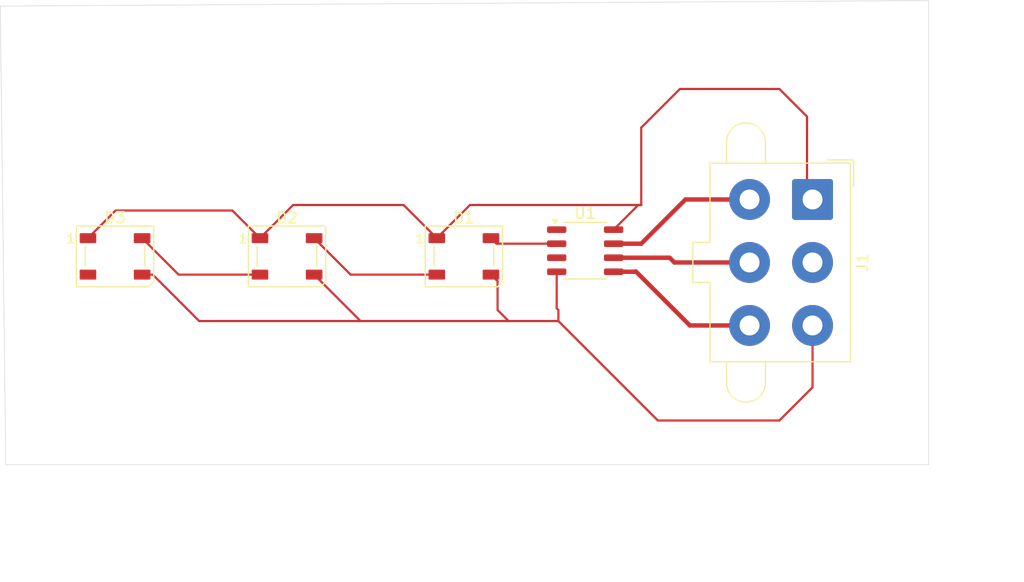
<source format=kicad_pcb>
(kicad_pcb (version 20241229) (generator "pcbnew") (generator_version "9.0")
  (layers (0 "F.Cu" signal) (2 "B.Cu" signal) (13 "F.Paste" user) (15 "B.Paste" user) (5 "F.SilkS" user "F.Silkscreen") (7 "B.SilkS" user "B.Silkscreen") (1 "F.Mask" user) (3 "B.Mask" user) (25 "Edge.Cuts" user))
  (net 0 "")
  (net 1 "Net-(D1-DIN)")
  (net 2 "GND")
  (net 3 "+5V")
  (net 4 "Net-(D1-DOUT)")
  (net 5 "Net-(D2-DOUT)")
  (net 7 "SCK")
  (net 8 "SDA{slash}MOSI")
  (net 9 "SCL{slash}MISO")
  (footprint "Package_SO:SO-8_3.9x4.9mm_P1.27mm" (layer "F.Cu") (at 120.925 71.635)
    (property "Reference" "U1" (at 0 -3.4 0) (layer "F.SilkS"))
    (property "Value" "ATtiny85V-10P")
    (fp_line (start 0 -2.56) (end -1.95 -2.56) (stroke (width 0.12)) (layer "F.SilkS"))
    (fp_line (start 0 -2.56) (end 1.95 -2.56) (stroke (width 0.12)) (layer "F.SilkS"))
    (fp_line (start 0 2.56) (end -1.95 2.56) (stroke (width 0.12)) (layer "F.SilkS"))
    (fp_line (start 0 2.56) (end 1.95 2.56) (stroke (width 0.12)) (layer "F.SilkS"))
    (fp_poly (pts (xy -2.7 -2.465) (xy -2.94 -2.795) (xy -2.46 -2.795)) (stroke (width 0.12)) (fill yes) (layer "F.SilkS"))
    (pad "1" smd roundrect (at -2.575 -1.905) (size 1.75 0.6) (layers "F.Cu" "F.Mask" "F.Paste"))
    (pad "2" smd roundrect (at -2.575 -0.635) (size 1.75 0.6) (layers "F.Cu" "F.Mask" "F.Paste") (net 1 "Net-(D1-DIN)"))
    (pad "3" smd roundrect (at -2.575 0.635) (size 1.75 0.6) (layers "F.Cu" "F.Mask" "F.Paste"))
    (pad "4" smd roundrect (at -2.575 1.905) (size 1.75 0.6) (layers "F.Cu" "F.Mask" "F.Paste") (net 2 "GND"))
    (pad "5" smd roundrect (at 2.575 1.905) (size 1.75 0.6) (layers "F.Cu" "F.Mask" "F.Paste") (net 8 "SDA{slash}MOSI"))
    (pad "6" smd roundrect (at 2.575 0.635) (size 1.75 0.6) (layers "F.Cu" "F.Mask" "F.Paste") (net 9 "SCL{slash}MISO"))
    (pad "7" smd roundrect (at 2.575 -0.635) (size 1.75 0.6) (layers "F.Cu" "F.Mask" "F.Paste") (net 7 "SCK"))
    (pad "8" smd roundrect (at 2.575 -1.905) (size 1.75 0.6) (layers "F.Cu" "F.Mask" "F.Paste") (net 3 "+5V"))
  )
  (footprint "Connector_Molex:Molex_Mega-Fit_76829-0006_2x03_P5.70mm_Vertical" (layer "F.Cu") (at 141.5 67 -90)
    (property "Reference" "J1" (at 5.7 -4.52 90) (layer "F.SilkS"))
    (property "Value" "Conn_02x03_Top_Bottom")
    (fp_line (start 3.89 10.83) (end 5.7 10.83) (stroke (width 0.12)) (layer "F.SilkS"))
    (fp_line (start 7.51 10.83) (end 5.7 10.83) (stroke (width 0.12)) (layer "F.SilkS"))
    (fp_line (start -3.285 9.28) (end 3.89 9.28) (stroke (width 0.12)) (layer "F.SilkS"))
    (fp_line (start 3.89 9.28) (end 3.89 10.83) (stroke (width 0.12)) (layer "F.SilkS"))
    (fp_line (start 7.51 9.28) (end 7.51 10.83) (stroke (width 0.12)) (layer "F.SilkS"))
    (fp_line (start 14.685 9.28) (end 7.51 9.28) (stroke (width 0.12)) (layer "F.SilkS"))
    (fp_line (start -5.17 7.785) (end -3.285 7.785) (stroke (width 0.12)) (layer "F.SilkS"))
    (fp_line (start 16.57 7.785) (end 14.685 7.785) (stroke (width 0.12)) (layer "F.SilkS"))
    (fp_line (start -5.17 4.265) (end -3.285 4.265) (stroke (width 0.12)) (layer "F.SilkS"))
    (fp_line (start 16.57 4.265) (end 14.685 4.265) (stroke (width 0.12)) (layer "F.SilkS"))
    (fp_line (start -3.585 -1.31) (end -3.585 -3.72) (stroke (width 0.12)) (layer "F.SilkS"))
    (fp_line (start -3.285 -3.42) (end -3.285 9.28) (stroke (width 0.12)) (layer "F.SilkS"))
    (fp_line (start 5.7 -3.42) (end -3.285 -3.42) (stroke (width 0.12)) (layer "F.SilkS"))
    (fp_line (start 5.7 -3.42) (end 14.685 -3.42) (stroke (width 0.12)) (layer "F.SilkS"))
    (fp_line (start 14.685 -3.42) (end 14.685 9.28) (stroke (width 0.12)) (layer "F.SilkS"))
    (fp_line (start -3.585 -3.72) (end -1.175 -3.72) (stroke (width 0.12)) (layer "F.SilkS"))
    (fp_arc (start -5.17 7.785) (mid -6.93 6.025) (end -5.17 4.265) (stroke (width 0.12)) (layer "F.SilkS"))
    (fp_arc (start 16.57 4.265) (mid 18.33 6.025) (end 16.57 7.785) (stroke (width 0.12)) (layer "F.SilkS"))
    (pad "" np_thru_hole circle (at -5.17 6.025 270) (size 3 3) (drill 3) (layers "*.Cu" "*.Mask"))
    (pad "" np_thru_hole circle (at 16.57 6.025 270) (size 3 3) (drill 3) (layers "*.Cu" "*.Mask"))
    (pad "1" thru_hole roundrect (at 0 0 270) (size 3.7 3.7) (drill 1.8) (layers "*.Cu" "*.Mask") (roundrect_rratio 0.067568) (net 3 "+5V"))
    (pad "2" thru_hole circle (at 5.7 0 270) (size 3.7 3.7) (drill 1.8) (layers "*.Cu" "*.Mask"))
    (pad "3" thru_hole circle (at 11.4 0 270) (size 3.7 3.7) (drill 1.8) (layers "*.Cu" "*.Mask") (net 2 "GND"))
    (pad "4" thru_hole circle (at 0 5.7 270) (size 3.7 3.7) (drill 1.8) (layers "*.Cu" "*.Mask") (net 7 "SCK"))
    (pad "5" thru_hole circle (at 5.7 5.7 270) (size 3.7 3.7) (drill 1.8) (layers "*.Cu" "*.Mask") (net 9 "SCL{slash}MISO"))
    (pad "6" thru_hole circle (at 11.4 5.7 270) (size 3.7 3.7) (drill 1.8) (layers "*.Cu" "*.Mask") (net 8 "SDA{slash}MOSI"))
  )
  (footprint "LED_SMD:LED_WS2812B_PLCC4_5.0x5.0mm_P3.2mm" (layer "F.Cu") (at 78.385 72.15)
    (property "Reference" "D3" (at 0 -3.5 0) (layer "F.SilkS"))
    (property "Value" "WS2812B")
    (fp_line (start -3.5 -2.75) (end -3.5 2.75) (stroke (width 0.12)) (layer "F.SilkS"))
    (fp_line (start -3.5 -2.75) (end 3.5 -2.75) (stroke (width 0.12)) (layer "F.SilkS"))
    (fp_line (start -3.5 2.75) (end 3.05 2.75) (stroke (width 0.12)) (layer "F.SilkS"))
    (fp_line (start -2.7 0.9) (end -2.7 -0.9) (stroke (width 0.12)) (layer "F.SilkS"))
    (fp_line (start 2.7 0.9) (end 2.7 -0.9) (stroke (width 0.12)) (layer "F.SilkS"))
    (fp_line (start 3.05 2.75) (end 3.5 2.3) (stroke (width 0.12)) (layer "F.SilkS"))
    (fp_line (start 3.5 2.3) (end 3.5 -2.75) (stroke (width 0.12)) (layer "F.SilkS"))
    (fp_text user "1" (at -4 -1.6 0) (layer "F.SilkS") (effects (font (size 0.8 0.8))))
    (pad "1" smd roundrect (at -2.45 -1.65) (size 1.5 0.9) (layers "F.Cu" "F.Mask" "F.Paste") (roundrect_rratio 0.1) (net 3 "+5V"))
    (pad "2" smd roundrect (at -2.45 1.65) (size 1.5 0.9) (layers "F.Cu" "F.Mask" "F.Paste") (roundrect_rratio 0.1))
    (pad "3" smd roundrect (at 2.45 1.65) (size 1.5 0.9) (layers "F.Cu" "F.Mask" "F.Paste") (roundrect_rratio 0.1) (net 2 "GND"))
    (pad "4" smd roundrect (at 2.45 -1.65) (size 1.5 0.9) (layers "F.Cu" "F.Mask" "F.Paste") (roundrect_rratio 0.1) (net 5 "Net-(D2-DOUT)"))
  )
  (footprint "LED_SMD:LED_WS2812B_PLCC4_5.0x5.0mm_P3.2mm" (layer "F.Cu") (at 93.95 72.15)
    (property "Reference" "D2" (at 0 -3.5 0) (layer "F.SilkS"))
    (property "Value" "WS2812B")
    (fp_line (start -3.5 -2.75) (end -3.5 2.75) (stroke (width 0.12)) (layer "F.SilkS"))
    (fp_line (start -3.5 -2.75) (end 3.5 -2.75) (stroke (width 0.12)) (layer "F.SilkS"))
    (fp_line (start -3.5 2.75) (end 3.05 2.75) (stroke (width 0.12)) (layer "F.SilkS"))
    (fp_line (start -2.7 0.9) (end -2.7 -0.9) (stroke (width 0.12)) (layer "F.SilkS"))
    (fp_line (start 2.7 0.9) (end 2.7 -0.9) (stroke (width 0.12)) (layer "F.SilkS"))
    (fp_line (start 3.05 2.75) (end 3.5 2.3) (stroke (width 0.12)) (layer "F.SilkS"))
    (fp_line (start 3.5 2.3) (end 3.5 -2.75) (stroke (width 0.12)) (layer "F.SilkS"))
    (fp_text user "1" (at -4 -1.6 0) (layer "F.SilkS") (effects (font (size 0.8 0.8))))
    (pad "1" smd roundrect (at -2.45 -1.65) (size 1.5 0.9) (layers "F.Cu" "F.Mask" "F.Paste") (roundrect_rratio 0.1) (net 3 "+5V"))
    (pad "2" smd roundrect (at -2.45 1.65) (size 1.5 0.9) (layers "F.Cu" "F.Mask" "F.Paste") (roundrect_rratio 0.1) (net 5 "Net-(D2-DOUT)"))
    (pad "3" smd roundrect (at 2.45 1.65) (size 1.5 0.9) (layers "F.Cu" "F.Mask" "F.Paste") (roundrect_rratio 0.1) (net 2 "GND"))
    (pad "4" smd roundrect (at 2.45 -1.65) (size 1.5 0.9) (layers "F.Cu" "F.Mask" "F.Paste") (roundrect_rratio 0.1) (net 4 "Net-(D1-DOUT)"))
  )
  (footprint "LED_SMD:LED_WS2812B_PLCC4_5.0x5.0mm_P3.2mm" (layer "F.Cu") (at 109.95 72.15)
    (property "Reference" "D1" (at 0 -3.5 0) (layer "F.SilkS"))
    (property "Value" "WS2812B")
    (fp_line (start -3.5 -2.75) (end -3.5 2.75) (stroke (width 0.12)) (layer "F.SilkS"))
    (fp_line (start -3.5 -2.75) (end 3.5 -2.75) (stroke (width 0.12)) (layer "F.SilkS"))
    (fp_line (start -3.5 2.75) (end 3.05 2.75) (stroke (width 0.12)) (layer "F.SilkS"))
    (fp_line (start -2.7 0.9) (end -2.7 -0.9) (stroke (width 0.12)) (layer "F.SilkS"))
    (fp_line (start 2.7 0.9) (end 2.7 -0.9) (stroke (width 0.12)) (layer "F.SilkS"))
    (fp_line (start 3.05 2.75) (end 3.5 2.3) (stroke (width 0.12)) (layer "F.SilkS"))
    (fp_line (start 3.5 2.3) (end 3.5 -2.75) (stroke (width 0.12)) (layer "F.SilkS"))
    (fp_text user "1" (at -4 -1.6 0) (layer "F.SilkS") (effects (font (size 0.8 0.8))))
    (pad "1" smd roundrect (at -2.45 -1.65) (size 1.5 0.9) (layers "F.Cu" "F.Mask" "F.Paste") (roundrect_rratio 0.1) (net 3 "+5V"))
    (pad "2" smd roundrect (at -2.45 1.65) (size 1.5 0.9) (layers "F.Cu" "F.Mask" "F.Paste") (roundrect_rratio 0.1) (net 4 "Net-(D1-DOUT)"))
    (pad "3" smd roundrect (at 2.45 1.65) (size 1.5 0.9) (layers "F.Cu" "F.Mask" "F.Paste") (roundrect_rratio 0.1) (net 2 "GND"))
    (pad "4" smd roundrect (at 2.45 -1.65) (size 1.5 0.9) (layers "F.Cu" "F.Mask" "F.Paste") (roundrect_rratio 0.1) (net 1 "Net-(D1-DIN)"))
  )
  (gr_line (start 152 49) (end 68 49.5) (stroke (width 0.05)) (layer "Edge.Cuts"))
  (gr_line (start 68 49.5) (end 68.5 91) (stroke (width 0.05)) (layer "Edge.Cuts"))
  (gr_line (start 68.5 91) (end 152 91) (stroke (width 0.05)) (layer "Edge.Cuts"))
  (gr_line (start 152 91) (end 152 49) (stroke (width 0.05)) (layer "Edge.Cuts"))
  (segment (start 112.9 71) (end 112.4 70.5) (width 0.2) (layer "F.Cu") (net 1))
  (segment (start 118.35 71) (end 112.9 71) (width 0.2) (layer "F.Cu") (net 1))
  (segment (start 118.5 78) (end 118.5 77) (width 0.2) (layer "F.Cu") (net 2))
  (segment (start 118.5 78) (end 114 78) (width 0.2) (layer "F.Cu") (net 2))
  (segment (start 138.5 87) (end 127.5 87) (width 0.2) (layer "F.Cu") (net 2))
  (segment (start 113 74.4) (end 112.4 73.8) (width 0.2) (layer "F.Cu") (net 2))
  (segment (start 96.4 73.8) (end 100.5 77.9) (width 0.2) (layer "F.Cu") (net 2))
  (segment (start 127.5 87) (end 118.5 78) (width 0.2) (layer "F.Cu") (net 2))
  (segment (start 118.5 77) (end 118.35 76.85) (width 0.2) (layer "F.Cu") (net 2))
  (segment (start 100.5 78) (end 114 78) (width 0.2) (layer "F.Cu") (net 2))
  (segment (start 114 78) (end 113 77) (width 0.2) (layer "F.Cu") (net 2))
  (segment (start 100.5 77.9) (end 100.5 78) (width 0.2) (layer "F.Cu") (net 2))
  (segment (start 141.5 84) (end 138.5 87) (width 0.2) (layer "F.Cu") (net 2))
  (segment (start 86 78) (end 100.5 78) (width 0.2) (layer "F.Cu") (net 2))
  (segment (start 86 78) (end 81.8 73.8) (width 0.2) (layer "F.Cu") (net 2))
  (segment (start 81.8 73.8) (end 80.835 73.8) (width 0.2) (layer "F.Cu") (net 2))
  (segment (start 141.5 78.4) (end 141.5 84) (width 0.2) (layer "F.Cu") (net 2))
  (segment (start 113 77) (end 113 74.4) (width 0.2) (layer "F.Cu") (net 2))
  (segment (start 118.35 76.85) (end 118.35 73.54) (width 0.2) (layer "F.Cu") (net 2))
  (segment (start 89 68) (end 78.435 68) (width 0.2) (layer "F.Cu") (net 3))
  (segment (start 107.5 70.5) (end 104.5 67.5) (width 0.2) (layer "F.Cu") (net 3))
  (segment (start 126 67.5) (end 125.73 67.5) (width 0.2) (layer "F.Cu") (net 3))
  (segment (start 141.5 67) (end 141 66.5) (width 0.2) (layer "F.Cu") (net 3))
  (segment (start 110.5 67.5) (end 107.5 70.5) (width 0.2) (layer "F.Cu") (net 3))
  (segment (start 78.435 68) (end 75.935 70.5) (width 0.2) (layer "F.Cu") (net 3))
  (segment (start 126 60.5) (end 126 67.5) (width 0.2) (layer "F.Cu") (net 3))
  (segment (start 125.73 67.5) (end 123.5 69.73) (width 0.2) (layer "F.Cu") (net 3))
  (segment (start 104.5 67.5) (end 94.5 67.5) (width 0.2) (layer "F.Cu") (net 3))
  (segment (start 138.5 57) (end 129.5 57) (width 0.2) (layer "F.Cu") (net 3))
  (segment (start 141 59.5) (end 138.5 57) (width 0.2) (layer "F.Cu") (net 3))
  (segment (start 129.5 57) (end 126 60.5) (width 0.2) (layer "F.Cu") (net 3))
  (segment (start 91.5 70.5) (end 89 68) (width 0.2) (layer "F.Cu") (net 3))
  (segment (start 94.5 67.5) (end 91.5 70.5) (width 0.2) (layer "F.Cu") (net 3))
  (segment (start 141 66.5) (end 141 59.5) (width 0.2) (layer "F.Cu") (net 3))
  (segment (start 126 67.5) (end 110.5 67.5) (width 0.2) (layer "F.Cu") (net 3))
  (segment (start 107.5 73.8) (end 99.7 73.8) (width 0.2) (layer "F.Cu") (net 4))
  (segment (start 99.7 73.8) (end 96.4 70.5) (width 0.2) (layer "F.Cu") (net 4))
  (segment (start 84.135 73.8) (end 80.835 70.5) (width 0.2) (layer "F.Cu") (net 5))
  (segment (start 91.5 73.8) (end 84.135 73.8) (width 0.2) (layer "F.Cu") (net 5))
  (segment (start 126 71) (end 130 67) (width 0.4) (layer "F.Cu") (net 7))
  (segment (start 123.5 71) (end 126 71) (width 0.4) (layer "F.Cu") (net 7))
  (segment (start 130 67) (end 135.8 67) (width 0.4) (layer "F.Cu") (net 7))
  (segment (start 125.5 73.5) (end 130.4 78.4) (width 0.4) (layer "F.Cu") (net 8))
  (segment (start 123.5 73.54) (end 125.46 73.54) (width 0.4) (layer "F.Cu") (net 8))
  (segment (start 130.4 78.4) (end 135.8 78.4) (width 0.4) (layer "F.Cu") (net 8))
  (segment (start 128.57 72.27) (end 129 72.7) (width 0.4) (layer "F.Cu") (net 9))
  (segment (start 123.5 72.27) (end 128.57 72.27) (width 0.4) (layer "F.Cu") (net 9))
  (segment (start 129 72.7) (end 135.8 72.7) (width 0.4) (layer "F.Cu") (net 9))
)
</source>
